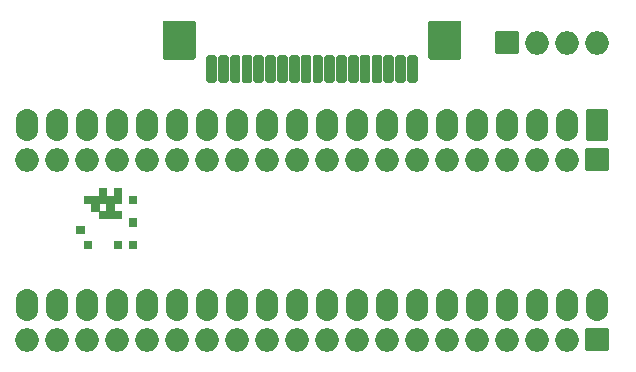
<source format=gbr>
G04 #@! TF.GenerationSoftware,KiCad,Pcbnew,(5.1.12)-1*
G04 #@! TF.CreationDate,2022-03-08T21:56:06+00:00*
G04 #@! TF.ProjectId,RGBtoHDMI CDTV v2 - Mouse and Joystick Adapter,52474274-6f48-4444-9d49-204344545620,v2*
G04 #@! TF.SameCoordinates,Original*
G04 #@! TF.FileFunction,Soldermask,Top*
G04 #@! TF.FilePolarity,Negative*
%FSLAX46Y46*%
G04 Gerber Fmt 4.6, Leading zero omitted, Abs format (unit mm)*
G04 Created by KiCad (PCBNEW (5.1.12)-1) date 2022-03-08 21:56:06*
%MOMM*%
%LPD*%
G01*
G04 APERTURE LIST*
%ADD10C,0.100000*%
%ADD11O,1.900000X2.700000*%
%ADD12O,2.000000X2.000000*%
G04 APERTURE END LIST*
D10*
G36*
X105156000Y-132588000D02*
G01*
X104521000Y-132588000D01*
X104521000Y-131953000D01*
X105156000Y-131953000D01*
X105156000Y-132588000D01*
G37*
X105156000Y-132588000D02*
X104521000Y-132588000D01*
X104521000Y-131953000D01*
X105156000Y-131953000D01*
X105156000Y-132588000D01*
G36*
X103886000Y-134493000D02*
G01*
X103251000Y-134493000D01*
X103251000Y-133858000D01*
X103886000Y-133858000D01*
X103886000Y-134493000D01*
G37*
X103886000Y-134493000D02*
X103251000Y-134493000D01*
X103251000Y-133858000D01*
X103886000Y-133858000D01*
X103886000Y-134493000D01*
G36*
X101346000Y-134493000D02*
G01*
X100711000Y-134493000D01*
X100711000Y-133858000D01*
X101346000Y-133858000D01*
X101346000Y-134493000D01*
G37*
X101346000Y-134493000D02*
X100711000Y-134493000D01*
X100711000Y-133858000D01*
X101346000Y-133858000D01*
X101346000Y-134493000D01*
G36*
X100711000Y-133223000D02*
G01*
X100076000Y-133223000D01*
X100076000Y-132588000D01*
X100711000Y-132588000D01*
X100711000Y-133223000D01*
G37*
X100711000Y-133223000D02*
X100076000Y-133223000D01*
X100076000Y-132588000D01*
X100711000Y-132588000D01*
X100711000Y-133223000D01*
G36*
X101346000Y-130683000D02*
G01*
X100711000Y-130683000D01*
X100711000Y-130048000D01*
X101346000Y-130048000D01*
X101346000Y-130683000D01*
G37*
X101346000Y-130683000D02*
X100711000Y-130683000D01*
X100711000Y-130048000D01*
X101346000Y-130048000D01*
X101346000Y-130683000D01*
G36*
X101981000Y-130683000D02*
G01*
X101346000Y-130683000D01*
X101346000Y-130048000D01*
X101981000Y-130048000D01*
X101981000Y-130683000D01*
G37*
X101981000Y-130683000D02*
X101346000Y-130683000D01*
X101346000Y-130048000D01*
X101981000Y-130048000D01*
X101981000Y-130683000D01*
G36*
X102616000Y-130048000D02*
G01*
X101981000Y-130048000D01*
X101981000Y-129413000D01*
X102616000Y-129413000D01*
X102616000Y-130048000D01*
G37*
X102616000Y-130048000D02*
X101981000Y-130048000D01*
X101981000Y-129413000D01*
X102616000Y-129413000D01*
X102616000Y-130048000D01*
G36*
X102616000Y-130683000D02*
G01*
X101981000Y-130683000D01*
X101981000Y-130048000D01*
X102616000Y-130048000D01*
X102616000Y-130683000D01*
G37*
X102616000Y-130683000D02*
X101981000Y-130683000D01*
X101981000Y-130048000D01*
X102616000Y-130048000D01*
X102616000Y-130683000D01*
G36*
X103251000Y-130683000D02*
G01*
X102616000Y-130683000D01*
X102616000Y-130048000D01*
X103251000Y-130048000D01*
X103251000Y-130683000D01*
G37*
X103251000Y-130683000D02*
X102616000Y-130683000D01*
X102616000Y-130048000D01*
X103251000Y-130048000D01*
X103251000Y-130683000D01*
G36*
X103886000Y-130683000D02*
G01*
X103251000Y-130683000D01*
X103251000Y-130048000D01*
X103886000Y-130048000D01*
X103886000Y-130683000D01*
G37*
X103886000Y-130683000D02*
X103251000Y-130683000D01*
X103251000Y-130048000D01*
X103886000Y-130048000D01*
X103886000Y-130683000D01*
G36*
X103886000Y-130048000D02*
G01*
X103251000Y-130048000D01*
X103251000Y-129413000D01*
X103886000Y-129413000D01*
X103886000Y-130048000D01*
G37*
X103886000Y-130048000D02*
X103251000Y-130048000D01*
X103251000Y-129413000D01*
X103886000Y-129413000D01*
X103886000Y-130048000D01*
G36*
X105156000Y-134493000D02*
G01*
X104521000Y-134493000D01*
X104521000Y-133858000D01*
X105156000Y-133858000D01*
X105156000Y-134493000D01*
G37*
X105156000Y-134493000D02*
X104521000Y-134493000D01*
X104521000Y-133858000D01*
X105156000Y-133858000D01*
X105156000Y-134493000D01*
G36*
X105156000Y-130683000D02*
G01*
X104521000Y-130683000D01*
X104521000Y-130048000D01*
X105156000Y-130048000D01*
X105156000Y-130683000D01*
G37*
X105156000Y-130683000D02*
X104521000Y-130683000D01*
X104521000Y-130048000D01*
X105156000Y-130048000D01*
X105156000Y-130683000D01*
G36*
X101981000Y-131318000D02*
G01*
X101346000Y-131318000D01*
X101346000Y-130683000D01*
X101981000Y-130683000D01*
X101981000Y-131318000D01*
G37*
X101981000Y-131318000D02*
X101346000Y-131318000D01*
X101346000Y-130683000D01*
X101981000Y-130683000D01*
X101981000Y-131318000D01*
G36*
X102616000Y-131953000D02*
G01*
X101981000Y-131953000D01*
X101981000Y-131318000D01*
X102616000Y-131318000D01*
X102616000Y-131953000D01*
G37*
X102616000Y-131953000D02*
X101981000Y-131953000D01*
X101981000Y-131318000D01*
X102616000Y-131318000D01*
X102616000Y-131953000D01*
G36*
X103886000Y-131953000D02*
G01*
X103251000Y-131953000D01*
X103251000Y-131318000D01*
X103886000Y-131318000D01*
X103886000Y-131953000D01*
G37*
X103886000Y-131953000D02*
X103251000Y-131953000D01*
X103251000Y-131318000D01*
X103886000Y-131318000D01*
X103886000Y-131953000D01*
G36*
X103251000Y-131953000D02*
G01*
X102616000Y-131953000D01*
X102616000Y-131318000D01*
X103251000Y-131318000D01*
X103251000Y-131953000D01*
G37*
X103251000Y-131953000D02*
X102616000Y-131953000D01*
X102616000Y-131318000D01*
X103251000Y-131318000D01*
X103251000Y-131953000D01*
G36*
X103251000Y-131318000D02*
G01*
X102616000Y-131318000D01*
X102616000Y-130683000D01*
X103251000Y-130683000D01*
X103251000Y-131318000D01*
G37*
X103251000Y-131318000D02*
X102616000Y-131318000D01*
X102616000Y-130683000D01*
X103251000Y-130683000D01*
X103251000Y-131318000D01*
D11*
X144145000Y-139319000D03*
X95885000Y-124079000D03*
X141605000Y-139319000D03*
X98425000Y-124079000D03*
X139065000Y-139319000D03*
X100965000Y-124079000D03*
X136525000Y-139319000D03*
X103505000Y-124079000D03*
X133985000Y-139319000D03*
X106045000Y-124079000D03*
X131445000Y-139319000D03*
X108585000Y-124079000D03*
X128905000Y-139319000D03*
X111125000Y-124079000D03*
X126365000Y-139319000D03*
X113665000Y-124079000D03*
X123825000Y-139319000D03*
X116205000Y-124079000D03*
X121285000Y-139319000D03*
X118745000Y-124079000D03*
X118745000Y-139319000D03*
X121285000Y-124079000D03*
X116205000Y-139319000D03*
X123825000Y-124079000D03*
X113665000Y-139319000D03*
X126365000Y-124079000D03*
X111125000Y-139319000D03*
X128905000Y-124079000D03*
X108585000Y-139319000D03*
X131445000Y-124079000D03*
X106045000Y-139319000D03*
X133985000Y-124079000D03*
X103505000Y-139319000D03*
X136525000Y-124079000D03*
X100965000Y-139319000D03*
X139065000Y-124079000D03*
X98425000Y-139319000D03*
X141605000Y-124079000D03*
X95885000Y-139319000D03*
G36*
G01*
X143345000Y-122729000D02*
X144945000Y-122729000D01*
G75*
G02*
X145095000Y-122879000I0J-150000D01*
G01*
X145095000Y-125279000D01*
G75*
G02*
X144945000Y-125429000I-150000J0D01*
G01*
X143345000Y-125429000D01*
G75*
G02*
X143195000Y-125279000I0J150000D01*
G01*
X143195000Y-122879000D01*
G75*
G02*
X143345000Y-122729000I150000J0D01*
G01*
G37*
D12*
X95885000Y-142240000D03*
X98425000Y-142240000D03*
X100965000Y-142240000D03*
X103505000Y-142240000D03*
X106045000Y-142240000D03*
X108585000Y-142240000D03*
X111125000Y-142240000D03*
X113665000Y-142240000D03*
X116205000Y-142240000D03*
X118745000Y-142240000D03*
X121285000Y-142240000D03*
X123825000Y-142240000D03*
X126365000Y-142240000D03*
X128905000Y-142240000D03*
X131445000Y-142240000D03*
X133985000Y-142240000D03*
X136525000Y-142240000D03*
X139065000Y-142240000D03*
X141605000Y-142240000D03*
G36*
G01*
X144995000Y-143240000D02*
X143295000Y-143240000D01*
G75*
G02*
X143145000Y-143090000I0J150000D01*
G01*
X143145000Y-141390000D01*
G75*
G02*
X143295000Y-141240000I150000J0D01*
G01*
X144995000Y-141240000D01*
G75*
G02*
X145145000Y-141390000I0J-150000D01*
G01*
X145145000Y-143090000D01*
G75*
G02*
X144995000Y-143240000I-150000J0D01*
G01*
G37*
X95885000Y-127000000D03*
X98425000Y-127000000D03*
X100965000Y-127000000D03*
X103505000Y-127000000D03*
X106045000Y-127000000D03*
X108585000Y-127000000D03*
X111125000Y-127000000D03*
X113665000Y-127000000D03*
X116205000Y-127000000D03*
X118745000Y-127000000D03*
X121285000Y-127000000D03*
X123825000Y-127000000D03*
X126365000Y-127000000D03*
X128905000Y-127000000D03*
X131445000Y-127000000D03*
X133985000Y-127000000D03*
X136525000Y-127000000D03*
X139065000Y-127000000D03*
X141605000Y-127000000D03*
G36*
G01*
X144995000Y-128000000D02*
X143295000Y-128000000D01*
G75*
G02*
X143145000Y-127850000I0J150000D01*
G01*
X143145000Y-126150000D01*
G75*
G02*
X143295000Y-126000000I150000J0D01*
G01*
X144995000Y-126000000D01*
G75*
G02*
X145145000Y-126150000I0J-150000D01*
G01*
X145145000Y-127850000D01*
G75*
G02*
X144995000Y-128000000I-150000J0D01*
G01*
G37*
X144145000Y-117094000D03*
X141605000Y-117094000D03*
X139065000Y-117094000D03*
G36*
G01*
X137375000Y-118094000D02*
X135675000Y-118094000D01*
G75*
G02*
X135525000Y-117944000I0J150000D01*
G01*
X135525000Y-116244000D01*
G75*
G02*
X135675000Y-116094000I150000J0D01*
G01*
X137375000Y-116094000D01*
G75*
G02*
X137525000Y-116244000I0J-150000D01*
G01*
X137525000Y-117944000D01*
G75*
G02*
X137375000Y-118094000I-150000J0D01*
G01*
G37*
G36*
G01*
X132665000Y-115385000D02*
X132665000Y-118385000D01*
G75*
G02*
X132515000Y-118535000I-150000J0D01*
G01*
X130015000Y-118535000D01*
G75*
G02*
X129865000Y-118385000I0J150000D01*
G01*
X129865000Y-115385000D01*
G75*
G02*
X130015000Y-115235000I150000J0D01*
G01*
X132515000Y-115235000D01*
G75*
G02*
X132665000Y-115385000I0J-150000D01*
G01*
G37*
G36*
G01*
X110165000Y-115385000D02*
X110165000Y-118385000D01*
G75*
G02*
X110015000Y-118535000I-150000J0D01*
G01*
X107515000Y-118535000D01*
G75*
G02*
X107365000Y-118385000I0J150000D01*
G01*
X107365000Y-115385000D01*
G75*
G02*
X107515000Y-115235000I150000J0D01*
G01*
X110015000Y-115235000D01*
G75*
G02*
X110165000Y-115385000I0J-150000D01*
G01*
G37*
G36*
G01*
X111965000Y-118335000D02*
X111965000Y-120335000D01*
G75*
G02*
X111815000Y-120485000I-150000J0D01*
G01*
X111215000Y-120485000D01*
G75*
G02*
X111065000Y-120335000I0J150000D01*
G01*
X111065000Y-118335000D01*
G75*
G02*
X111215000Y-118185000I150000J0D01*
G01*
X111815000Y-118185000D01*
G75*
G02*
X111965000Y-118335000I0J-150000D01*
G01*
G37*
G36*
G01*
X112965000Y-118335000D02*
X112965000Y-120335000D01*
G75*
G02*
X112815000Y-120485000I-150000J0D01*
G01*
X112215000Y-120485000D01*
G75*
G02*
X112065000Y-120335000I0J150000D01*
G01*
X112065000Y-118335000D01*
G75*
G02*
X112215000Y-118185000I150000J0D01*
G01*
X112815000Y-118185000D01*
G75*
G02*
X112965000Y-118335000I0J-150000D01*
G01*
G37*
G36*
G01*
X113965000Y-118335000D02*
X113965000Y-120335000D01*
G75*
G02*
X113815000Y-120485000I-150000J0D01*
G01*
X113215000Y-120485000D01*
G75*
G02*
X113065000Y-120335000I0J150000D01*
G01*
X113065000Y-118335000D01*
G75*
G02*
X113215000Y-118185000I150000J0D01*
G01*
X113815000Y-118185000D01*
G75*
G02*
X113965000Y-118335000I0J-150000D01*
G01*
G37*
G36*
G01*
X114965000Y-118335000D02*
X114965000Y-120335000D01*
G75*
G02*
X114815000Y-120485000I-150000J0D01*
G01*
X114215000Y-120485000D01*
G75*
G02*
X114065000Y-120335000I0J150000D01*
G01*
X114065000Y-118335000D01*
G75*
G02*
X114215000Y-118185000I150000J0D01*
G01*
X114815000Y-118185000D01*
G75*
G02*
X114965000Y-118335000I0J-150000D01*
G01*
G37*
G36*
G01*
X115965000Y-118335000D02*
X115965000Y-120335000D01*
G75*
G02*
X115815000Y-120485000I-150000J0D01*
G01*
X115215000Y-120485000D01*
G75*
G02*
X115065000Y-120335000I0J150000D01*
G01*
X115065000Y-118335000D01*
G75*
G02*
X115215000Y-118185000I150000J0D01*
G01*
X115815000Y-118185000D01*
G75*
G02*
X115965000Y-118335000I0J-150000D01*
G01*
G37*
G36*
G01*
X116965000Y-118335000D02*
X116965000Y-120335000D01*
G75*
G02*
X116815000Y-120485000I-150000J0D01*
G01*
X116215000Y-120485000D01*
G75*
G02*
X116065000Y-120335000I0J150000D01*
G01*
X116065000Y-118335000D01*
G75*
G02*
X116215000Y-118185000I150000J0D01*
G01*
X116815000Y-118185000D01*
G75*
G02*
X116965000Y-118335000I0J-150000D01*
G01*
G37*
G36*
G01*
X117965000Y-118335000D02*
X117965000Y-120335000D01*
G75*
G02*
X117815000Y-120485000I-150000J0D01*
G01*
X117215000Y-120485000D01*
G75*
G02*
X117065000Y-120335000I0J150000D01*
G01*
X117065000Y-118335000D01*
G75*
G02*
X117215000Y-118185000I150000J0D01*
G01*
X117815000Y-118185000D01*
G75*
G02*
X117965000Y-118335000I0J-150000D01*
G01*
G37*
G36*
G01*
X118965000Y-118335000D02*
X118965000Y-120335000D01*
G75*
G02*
X118815000Y-120485000I-150000J0D01*
G01*
X118215000Y-120485000D01*
G75*
G02*
X118065000Y-120335000I0J150000D01*
G01*
X118065000Y-118335000D01*
G75*
G02*
X118215000Y-118185000I150000J0D01*
G01*
X118815000Y-118185000D01*
G75*
G02*
X118965000Y-118335000I0J-150000D01*
G01*
G37*
G36*
G01*
X119965000Y-118335000D02*
X119965000Y-120335000D01*
G75*
G02*
X119815000Y-120485000I-150000J0D01*
G01*
X119215000Y-120485000D01*
G75*
G02*
X119065000Y-120335000I0J150000D01*
G01*
X119065000Y-118335000D01*
G75*
G02*
X119215000Y-118185000I150000J0D01*
G01*
X119815000Y-118185000D01*
G75*
G02*
X119965000Y-118335000I0J-150000D01*
G01*
G37*
G36*
G01*
X120965000Y-118335000D02*
X120965000Y-120335000D01*
G75*
G02*
X120815000Y-120485000I-150000J0D01*
G01*
X120215000Y-120485000D01*
G75*
G02*
X120065000Y-120335000I0J150000D01*
G01*
X120065000Y-118335000D01*
G75*
G02*
X120215000Y-118185000I150000J0D01*
G01*
X120815000Y-118185000D01*
G75*
G02*
X120965000Y-118335000I0J-150000D01*
G01*
G37*
G36*
G01*
X121965000Y-118335000D02*
X121965000Y-120335000D01*
G75*
G02*
X121815000Y-120485000I-150000J0D01*
G01*
X121215000Y-120485000D01*
G75*
G02*
X121065000Y-120335000I0J150000D01*
G01*
X121065000Y-118335000D01*
G75*
G02*
X121215000Y-118185000I150000J0D01*
G01*
X121815000Y-118185000D01*
G75*
G02*
X121965000Y-118335000I0J-150000D01*
G01*
G37*
G36*
G01*
X122965000Y-118335000D02*
X122965000Y-120335000D01*
G75*
G02*
X122815000Y-120485000I-150000J0D01*
G01*
X122215000Y-120485000D01*
G75*
G02*
X122065000Y-120335000I0J150000D01*
G01*
X122065000Y-118335000D01*
G75*
G02*
X122215000Y-118185000I150000J0D01*
G01*
X122815000Y-118185000D01*
G75*
G02*
X122965000Y-118335000I0J-150000D01*
G01*
G37*
G36*
G01*
X123965000Y-118335000D02*
X123965000Y-120335000D01*
G75*
G02*
X123815000Y-120485000I-150000J0D01*
G01*
X123215000Y-120485000D01*
G75*
G02*
X123065000Y-120335000I0J150000D01*
G01*
X123065000Y-118335000D01*
G75*
G02*
X123215000Y-118185000I150000J0D01*
G01*
X123815000Y-118185000D01*
G75*
G02*
X123965000Y-118335000I0J-150000D01*
G01*
G37*
G36*
G01*
X124965000Y-118335000D02*
X124965000Y-120335000D01*
G75*
G02*
X124815000Y-120485000I-150000J0D01*
G01*
X124215000Y-120485000D01*
G75*
G02*
X124065000Y-120335000I0J150000D01*
G01*
X124065000Y-118335000D01*
G75*
G02*
X124215000Y-118185000I150000J0D01*
G01*
X124815000Y-118185000D01*
G75*
G02*
X124965000Y-118335000I0J-150000D01*
G01*
G37*
G36*
G01*
X125965000Y-118335000D02*
X125965000Y-120335000D01*
G75*
G02*
X125815000Y-120485000I-150000J0D01*
G01*
X125215000Y-120485000D01*
G75*
G02*
X125065000Y-120335000I0J150000D01*
G01*
X125065000Y-118335000D01*
G75*
G02*
X125215000Y-118185000I150000J0D01*
G01*
X125815000Y-118185000D01*
G75*
G02*
X125965000Y-118335000I0J-150000D01*
G01*
G37*
G36*
G01*
X126965000Y-118335000D02*
X126965000Y-120335000D01*
G75*
G02*
X126815000Y-120485000I-150000J0D01*
G01*
X126215000Y-120485000D01*
G75*
G02*
X126065000Y-120335000I0J150000D01*
G01*
X126065000Y-118335000D01*
G75*
G02*
X126215000Y-118185000I150000J0D01*
G01*
X126815000Y-118185000D01*
G75*
G02*
X126965000Y-118335000I0J-150000D01*
G01*
G37*
G36*
G01*
X127965000Y-118335000D02*
X127965000Y-120335000D01*
G75*
G02*
X127815000Y-120485000I-150000J0D01*
G01*
X127215000Y-120485000D01*
G75*
G02*
X127065000Y-120335000I0J150000D01*
G01*
X127065000Y-118335000D01*
G75*
G02*
X127215000Y-118185000I150000J0D01*
G01*
X127815000Y-118185000D01*
G75*
G02*
X127965000Y-118335000I0J-150000D01*
G01*
G37*
G36*
G01*
X128965000Y-118335000D02*
X128965000Y-120335000D01*
G75*
G02*
X128815000Y-120485000I-150000J0D01*
G01*
X128215000Y-120485000D01*
G75*
G02*
X128065000Y-120335000I0J150000D01*
G01*
X128065000Y-118335000D01*
G75*
G02*
X128215000Y-118185000I150000J0D01*
G01*
X128815000Y-118185000D01*
G75*
G02*
X128965000Y-118335000I0J-150000D01*
G01*
G37*
M02*

</source>
